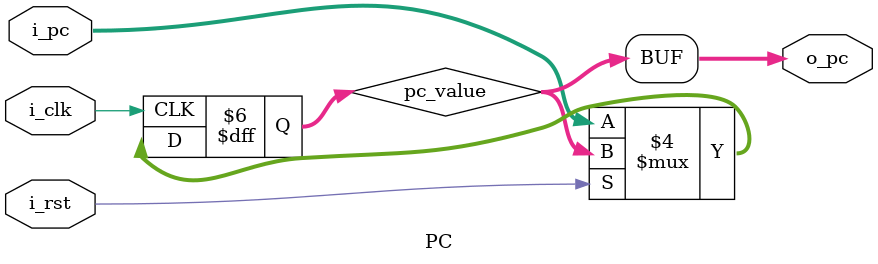
<source format=v>
`timescale 1ns / 1ps
`default_nettype none


module PC(
    input wire [31:0] i_pc,
    input wire i_rst,
    input wire i_clk,
    output wire [31:0] o_pc
    );
    
    // keep the PC value in an interemediate register
    reg [31:0] pc_value = 32'b0;
    assign o_pc = pc_value;
    
    always @(posedge i_clk) begin
        if(i_rst == 0)
            pc_value <= i_pc;
        else begin
            
        end
    end
    
endmodule

</source>
